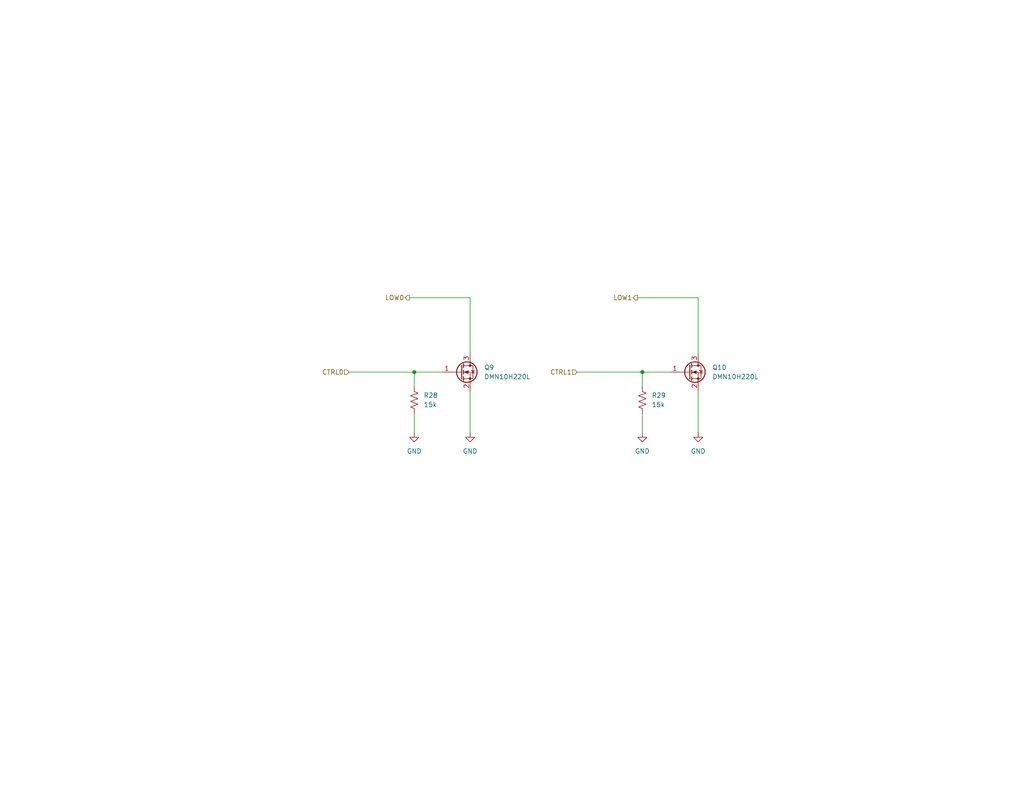
<source format=kicad_sch>
(kicad_sch (version 20231120) (generator "eeschema") (generator_version "8.0")
  (paper "A")
  (lib_symbols
    (symbol "Device:R_US" (pin_numbers hide) (pin_names (offset 0))
      (property "Reference" "R" (at 2.54 0 90))
      (property "Value" "R_US" (at -2.54 0 90))
      (symbol "R_US_0_1"
        (polyline (pts (xy 0 -2.286) (xy 0 -2.54)))
        (polyline (pts (xy 0 2.286) (xy 0 2.54)))
        (polyline (pts (xy 0 -0.762) (xy 1.016 -1.143) (xy 0 -1.524) (xy -1.016 -1.905) (xy 0 -2.286)))
        (polyline (pts (xy 0 0.762) (xy 1.016 0.381) (xy 0 0) (xy -1.016 -0.381) (xy 0 -0.762)))
        (polyline (pts (xy 0 2.286) (xy 1.016 1.905) (xy 0 1.524) (xy -1.016 1.143) (xy 0 0.762)))
      )
      (symbol "R_US_1_1"
        (pin passive line (at 0 3.81 270) (length 1.27) (name "~") (number "1"))
        (pin passive line (at 0 -3.81 90) (length 1.27) (name "~") (number "2"))
      )
    )
    (symbol "Transistor_FET:DMN10H220L" (pin_names hide)
      (property "Reference" "Q" (at 5.08 1.905 0))
      (property "Value" "DMN10H220L" (at 5.08 0 0))
      (symbol "DMN10H220L_0_1"
        (polyline (pts (xy 0.254 0) (xy -2.54 0)))
        (polyline (pts (xy 0.254 1.905) (xy 0.254 -1.905)) (stroke (width 0.254)))
        (polyline (pts (xy 0.762 -1.27) (xy 0.762 -2.286)) (stroke (width 0.254)))
        (polyline (pts (xy 0.762 0.508) (xy 0.762 -0.508)) (stroke (width 0.254)))
        (polyline (pts (xy 0.762 2.286) (xy 0.762 1.27)) (stroke (width 0.254)))
        (polyline (pts (xy 2.54 2.54) (xy 2.54 1.778)))
        (polyline (pts (xy 2.54 -2.54) (xy 2.54 0) (xy 0.762 0)))
        (polyline (pts (xy 0.762 -1.778) (xy 3.302 -1.778) (xy 3.302 1.778) (xy 0.762 1.778)))
        (polyline (pts (xy 1.016 0) (xy 2.032 0.381) (xy 2.032 -0.381) (xy 1.016 0)) (fill (type outline)))
        (polyline (pts (xy 2.794 0.508) (xy 2.921 0.381) (xy 3.683 0.381) (xy 3.81 0.254)))
        (polyline (pts (xy 3.302 0.381) (xy 2.921 -0.254) (xy 3.683 -0.254) (xy 3.302 0.381)))
        (circle (center 1.651 0) (radius 2.794) (stroke (width 0.254)))
        (circle (center 2.54 -1.778) (radius 0.254) (fill (type outline)))
        (circle (center 2.54 1.778) (radius 0.254) (fill (type outline)))
      )
      (symbol "DMN10H220L_1_1"
        (pin input line (at -5.08 0 0) (length 2.54) (name "G") (number "1"))
        (pin passive line (at 2.54 -5.08 90) (length 2.54) (name "S") (number "2"))
        (pin passive line (at 2.54 5.08 270) (length 2.54) (name "D") (number "3"))
      )
    )
    (symbol "power:GND" (power) (pin_numbers hide) (pin_names (offset 0) hide)
      (property "Value" "GND" (at 0 -3.81 0))
      (symbol "GND_0_1"
        (polyline (pts (xy 0 0) (xy 0 -1.27) (xy 1.27 -1.27) (xy 0 -2.54) (xy -1.27 -1.27) (xy 0 -1.27)))
      )
      (symbol "GND_1_1"
        (pin power_in line (at 0 0 270) (length 0) (name "~") (number "1"))
      )
    )
  )
  (junction (at 175.26 101.6))
  (junction (at 113.03 101.6))
  (wire (pts (xy 175.26 101.6) (xy 175.26 105.41)))
  (wire (pts (xy 120.65 101.6) (xy 113.03 101.6)))
  (wire (pts (xy 95.25 101.6) (xy 113.03 101.6)))
  (wire (pts (xy 113.03 113.03) (xy 113.03 118.11)))
  (wire (pts (xy 190.5 106.68) (xy 190.5 118.11)))
  (wire (pts (xy 190.5 96.52) (xy 190.5 81.28)))
  (wire (pts (xy 173.99 81.28) (xy 190.5 81.28)))
  (wire (pts (xy 128.27 106.68) (xy 128.27 118.11)))
  (wire (pts (xy 175.26 113.03) (xy 175.26 118.11)))
  (wire (pts (xy 113.03 101.6) (xy 113.03 105.41)))
  (wire (pts (xy 157.48 101.6) (xy 175.26 101.6)))
  (wire (pts (xy 111.76 81.28) (xy 128.27 81.28)))
  (wire (pts (xy 182.88 101.6) (xy 175.26 101.6)))
  (wire (pts (xy 128.27 96.52) (xy 128.27 81.28)))
  (hierarchical_label "CTRL0" (shape input) (at 95.25 101.6 180))
  (hierarchical_label "CTRL1" (shape input) (at 157.48 101.6 180))
  (hierarchical_label "LOW0" (shape output) (at 111.76 81.28 180))
  (hierarchical_label "LOW1" (shape output) (at 173.99 81.28 180))
  (symbol (lib_id "Device:R_US") (at 113.03 109.22 0) (unit 1)
    (property "Reference" "R4" (at 115.57 107.9499 0) (effects (justify left)))
    (property "Value" "15k" (at 115.57 110.4899 0) (effects (justify left)))
    (property "Description" "Resistor, US symbol" (effects (hide yes)))
    (instances (project "stereo-hub" (path "" (reference "R28") (unit 1)) (path "" (reference "R16") (unit 1)) (path "" (reference "R19") (unit 1)) (path "" (reference "R4") (unit 1)) (path "" (reference "R43") (unit 1))))
  )
  (symbol (lib_id "Transistor_FET:DMN10H220L") (at 187.96 101.6 0) (unit 1)
    (property "Reference" "Q4" (at 194.31 100.3299 0) (effects (justify left)))
    (property "Value" "DMN10H220L" (at 194.31 102.8699 0) (effects (justify left)))
    (property "Footprint" "Package_TO_SOT_SMD:SOT-23" (effects (hide yes)))
    (property "Datasheet" "http://www.diodes.com/assets/Datasheets/DMN10H220L.pdf" (effects (hide yes)))
    (property "Description" "1.6A Id, 100V Vds, N-Channel MOSFET, SOT-23" (effects (hide yes)))
    (instances (project "stereo-hub" (path "" (reference "Q10") (unit 1)) (path "" (reference "Q6") (unit 1)) (path "" (reference "Q8") (unit 1)) (path "" (reference "Q4") (unit 1)) (path "" (reference "Q13") (unit 1))))
  )
  (symbol (lib_id "power:GND") (at 175.26 118.11 0) (unit 1)
    (property "Reference" "#PWR066" (effects (hide yes)))
    (property "Value" "GND" (at 175.26 123.19 0))
    (property "Description" "Power symbol creates a global label with name \"GND\" , ground" (effects (hide yes)))
    (instances (project "stereo-hub" (path "" (reference "#PWR091") (unit 1)) (path "" (reference "#PWR083") (unit 1)) (path "" (reference "#PWR087") (unit 1)) (path "" (reference "#PWR066") (unit 1)) (path "" (reference "#PWR0120") (unit 1))))
  )
  (symbol (lib_id "power:GND") (at 113.03 118.11 0) (unit 1)
    (property "Reference" "#PWR062" (effects (hide yes)))
    (property "Value" "GND" (at 113.03 123.19 0))
    (property "Description" "Power symbol creates a global label with name \"GND\" , ground" (effects (hide yes)))
    (instances (project "stereo-hub" (path "" (reference "#PWR089") (unit 1)) (path "" (reference "#PWR081") (unit 1)) (path "" (reference "#PWR085") (unit 1)) (path "" (reference "#PWR062") (unit 1)) (path "" (reference "#PWR0118") (unit 1))))
  )
  (symbol (lib_id "Transistor_FET:DMN10H220L") (at 125.73 101.6 0) (unit 1)
    (property "Reference" "Q2" (at 132.08 100.3299 0) (effects (justify left)))
    (property "Value" "DMN10H220L" (at 132.08 102.8699 0) (effects (justify left)))
    (property "Footprint" "Package_TO_SOT_SMD:SOT-23" (effects (hide yes)))
    (property "Datasheet" "http://www.diodes.com/assets/Datasheets/DMN10H220L.pdf" (effects (hide yes)))
    (property "Description" "1.6A Id, 100V Vds, N-Channel MOSFET, SOT-23" (effects (hide yes)))
    (instances (project "stereo-hub" (path "" (reference "Q9") (unit 1)) (path "" (reference "Q5") (unit 1)) (path "" (reference "Q7") (unit 1)) (path "" (reference "Q2") (unit 1)) (path "" (reference "Q12") (unit 1))))
  )
  (symbol (lib_id "Device:R_US") (at 175.26 109.22 0) (unit 1)
    (property "Reference" "R6" (at 177.8 107.9499 0) (effects (justify left)))
    (property "Value" "15k" (at 177.8 110.4899 0) (effects (justify left)))
    (property "Description" "Resistor, US symbol" (effects (hide yes)))
    (instances (project "stereo-hub" (path "" (reference "R29") (unit 1)) (path "" (reference "R18") (unit 1)) (path "" (reference "R21") (unit 1)) (path "" (reference "R6") (unit 1)) (path "" (reference "R44") (unit 1))))
  )
  (symbol (lib_id "power:GND") (at 190.5 118.11 0) (unit 1)
    (property "Reference" "#PWR080" (effects (hide yes)))
    (property "Value" "GND" (at 190.5 123.19 0))
    (property "Description" "Power symbol creates a global label with name \"GND\" , ground" (effects (hide yes)))
    (instances (project "stereo-hub" (path "" (reference "#PWR092") (unit 1)) (path "" (reference "#PWR084") (unit 1)) (path "" (reference "#PWR088") (unit 1)) (path "" (reference "#PWR080") (unit 1)) (path "" (reference "#PWR0121") (unit 1))))
  )
  (symbol (lib_id "power:GND") (at 128.27 118.11 0) (unit 1)
    (property "Reference" "#PWR064" (effects (hide yes)))
    (property "Value" "GND" (at 128.27 123.19 0))
    (property "Description" "Power symbol creates a global label with name \"GND\" , ground" (effects (hide yes)))
    (instances (project "stereo-hub" (path "" (reference "#PWR090") (unit 1)) (path "" (reference "#PWR082") (unit 1)) (path "" (reference "#PWR086") (unit 1)) (path "" (reference "#PWR064") (unit 1)) (path "" (reference "#PWR0119") (unit 1))))
  )
)
</source>
